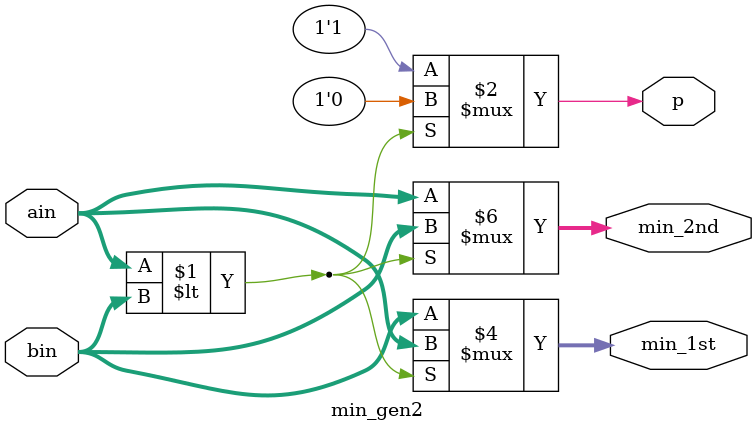
<source format=v>
`timescale 1ns / 1ps
module min_gen2(
    ain,
    bin,
    min_1st,
    min_2nd,
    p
    );
    
parameter   W=6; //wordlength
input   wire    [W-1:0] ain;
input   wire    [W-1:0] bin;
output  wire    [W-1:0] min_1st;
output  wire    [W-1:0] min_2nd;
output  wire    p;

assign  p=(ain<bin)?1'b0:1'b1;
assign  min_1st=(p==0)?ain:bin;
assign  min_2nd=(p==1)?ain:bin;
endmodule

</source>
